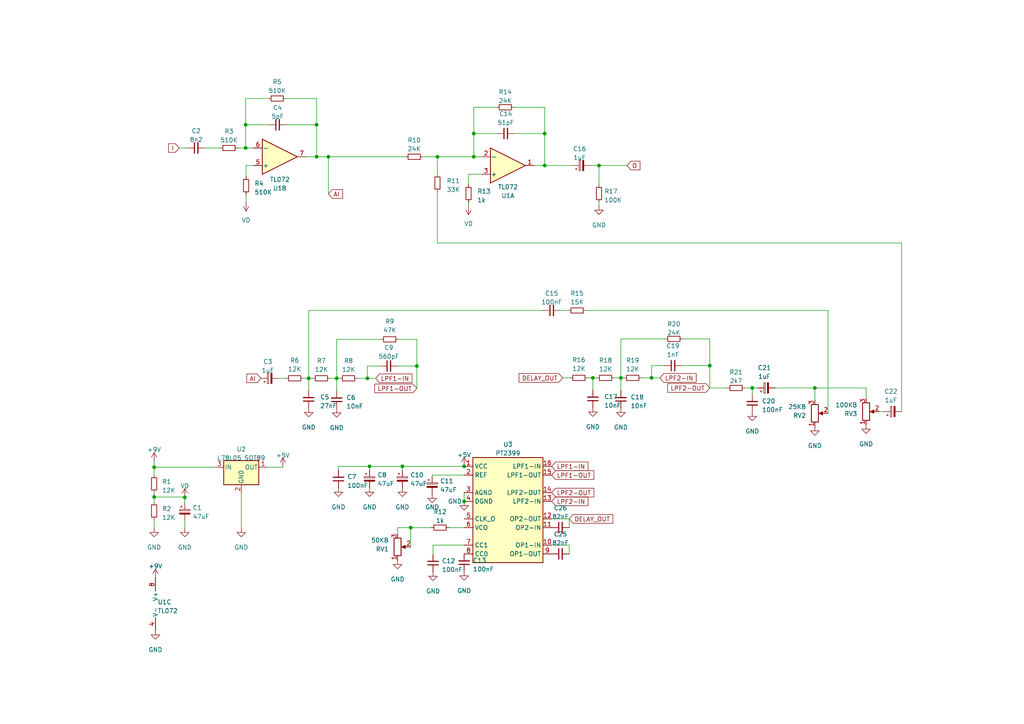
<source format=kicad_sch>
(kicad_sch (version 20230121) (generator eeschema)
  (paper "A4")
  (lib_symbols
    (symbol "Amplifier_Operational:TL072" (pin_names (offset 0.127))
      (property "Reference" "U" (at 0 5.08 0))
      (property "Value" "TL072" (at 0 -5.08 0))
      (symbol "TL072_1_1"
        (polyline (pts (xy -5.08 5.08) (xy 5.08 0) (xy -5.08 -5.08) (xy -5.08 5.08)) (stroke (width 0.254)) (fill (type background)))
        (pin output line (at 7.62 0 180) (length 2.54) (name "~") (number "1"))
        (pin input line (at -7.62 -2.54 0) (length 2.54) (name "-") (number "2"))
        (pin input line (at -7.62 2.54 0) (length 2.54) (name "+") (number "3"))
      )
      (symbol "TL072_2_1"
        (polyline (pts (xy -5.08 5.08) (xy 5.08 0) (xy -5.08 -5.08) (xy -5.08 5.08)) (stroke (width 0.254)) (fill (type background)))
        (pin input line (at -7.62 2.54 0) (length 2.54) (name "+") (number "5"))
        (pin input line (at -7.62 -2.54 0) (length 2.54) (name "-") (number "6"))
        (pin output line (at 7.62 0 180) (length 2.54) (name "~") (number "7"))
      )
      (symbol "TL072_3_1"
        (pin power_in line (at -2.54 -7.62 90) (length 3.81) (name "V-") (number "4"))
        (pin power_in line (at -2.54 7.62 270) (length 3.81) (name "V+") (number "8"))
      )
    )
    (symbol "Audio:PT2399"
      (property "Reference" "U" (at 0 17.78 0))
      (property "Value" "PT2399" (at 0 -17.78 0))
      (symbol "PT2399_0_1"
        (rectangle (start -10.16 15.24) (end 10.16 -15.24) (stroke (width 0.254)) (fill (type background)))
      )
      (symbol "PT2399_1_1"
        (pin power_in line (at -12.7 12.7 0) (length 2.54) (name "VCC") (number "1"))
        (pin input line (at 12.7 -10.16 180) (length 2.54) (name "OP1-IN") (number "10"))
        (pin input line (at 12.7 -5.08 180) (length 2.54) (name "OP2-IN") (number "11"))
        (pin output line (at 12.7 -2.54 180) (length 2.54) (name "OP2-OUT") (number "12"))
        (pin input line (at 12.7 2.54 180) (length 2.54) (name "LPF2-IN") (number "13"))
        (pin output line (at 12.7 5.08 180) (length 2.54) (name "LPF2-OUT") (number "14"))
        (pin output line (at 12.7 10.16 180) (length 2.54) (name "LPF1-OUT") (number "15"))
        (pin input line (at 12.7 12.7 180) (length 2.54) (name "LPF1-IN") (number "16"))
        (pin passive line (at -12.7 10.16 0) (length 2.54) (name "REF") (number "2"))
        (pin power_in line (at -12.7 5.08 0) (length 2.54) (name "AGND") (number "3"))
        (pin power_in line (at -12.7 2.54 0) (length 2.54) (name "DGND") (number "4"))
        (pin passive line (at -12.7 -2.54 0) (length 2.54) (name "CLK_O") (number "5"))
        (pin passive line (at -12.7 -5.08 0) (length 2.54) (name "VCO") (number "6"))
        (pin passive line (at -12.7 -10.16 0) (length 2.54) (name "CC1") (number "7"))
        (pin passive line (at -12.7 -12.7 0) (length 2.54) (name "CC0") (number "8"))
        (pin output line (at 12.7 -12.7 180) (length 2.54) (name "OP1-OUT") (number "9"))
      )
    )
    (symbol "Device:C_Polarized_Small" (pin_numbers hide) (pin_names (offset 0.254) hide)
      (property "Reference" "C" (at 0.254 1.778 0))
      (property "Value" "C_Polarized_Small" (at 0.254 -2.032 0))
      (symbol "C_Polarized_Small_0_1"
        (rectangle (start -1.524 -0.3048) (end 1.524 -0.6858) (fill (type outline)))
        (rectangle (start -1.524 0.6858) (end 1.524 0.3048))
        (polyline (pts (xy -1.27 1.524) (xy -0.762 1.524)))
        (polyline (pts (xy -1.016 1.27) (xy -1.016 1.778)))
      )
      (symbol "C_Polarized_Small_1_1"
        (pin passive line (at 0 2.54 270) (length 1.8542) (name "~") (number "1"))
        (pin passive line (at 0 -2.54 90) (length 1.8542) (name "~") (number "2"))
      )
    )
    (symbol "Device:C_Small" (pin_numbers hide) (pin_names (offset 0.254) hide)
      (property "Reference" "C" (at 0.254 1.778 0))
      (property "Value" "C_Small" (at 0.254 -2.032 0))
      (symbol "C_Small_0_1"
        (polyline (pts (xy -1.524 -0.508) (xy 1.524 -0.508)) (stroke (width 0.3302)))
        (polyline (pts (xy -1.524 0.508) (xy 1.524 0.508)) (stroke (width 0.3048)))
      )
      (symbol "C_Small_1_1"
        (pin passive line (at 0 2.54 270) (length 2.032) (name "~") (number "1"))
        (pin passive line (at 0 -2.54 90) (length 2.032) (name "~") (number "2"))
      )
    )
    (symbol "Device:R_Potentiometer" (pin_names (offset 1.016) hide)
      (property "Reference" "RV" (at -4.445 0 90))
      (property "Value" "R_Potentiometer" (at -2.54 0 90))
      (symbol "R_Potentiometer_0_1"
        (polyline (pts (xy 2.54 0) (xy 1.524 0)))
        (polyline (pts (xy 1.143 0) (xy 2.286 0.508) (xy 2.286 -0.508) (xy 1.143 0)) (fill (type outline)))
        (rectangle (start 1.016 2.54) (end -1.016 -2.54) (stroke (width 0.254)))
      )
      (symbol "R_Potentiometer_1_1"
        (pin passive line (at 0 3.81 270) (length 1.27) (name "1") (number "1"))
        (pin passive line (at 3.81 0 180) (length 1.27) (name "2") (number "2"))
        (pin passive line (at 0 -3.81 90) (length 1.27) (name "3") (number "3"))
      )
    )
    (symbol "Device:R_Small" (pin_numbers hide) (pin_names (offset 0.254) hide)
      (property "Reference" "R" (at 0.762 0.508 0))
      (property "Value" "R_Small" (at 0.762 -1.016 0))
      (symbol "R_Small_0_1"
        (rectangle (start -0.762 1.778) (end 0.762 -1.778) (stroke (width 0.2032)))
      )
      (symbol "R_Small_1_1"
        (pin passive line (at 0 2.54 270) (length 0.762) (name "~") (number "1"))
        (pin passive line (at 0 -2.54 90) (length 0.762) (name "~") (number "2"))
      )
    )
    (symbol "Regulator_Linear:L78L05_SOT89" (pin_names (offset 0.254))
      (property "Reference" "U" (at -3.81 3.175 0))
      (property "Value" "L78L05_SOT89" (at -0.635 3.175 0))
      (symbol "L78L05_SOT89_0_1"
        (rectangle (start -5.08 1.905) (end 5.08 -5.08) (stroke (width 0.254)) (fill (type background)))
      )
      (symbol "L78L05_SOT89_1_1"
        (pin power_out line (at 7.62 0 180) (length 2.54) (name "OUT") (number "1"))
        (pin power_in line (at 0 -7.62 90) (length 2.54) (name "GND") (number "2"))
        (pin power_in line (at -7.62 0 0) (length 2.54) (name "IN") (number "3"))
      )
    )
    (symbol "power:+5V" (power) (pin_names (offset 0))
      (property "Value" "+5V" (at 0 3.556 0))
      (symbol "+5V_0_1"
        (polyline (pts (xy -0.762 1.27) (xy 0 2.54)))
        (polyline (pts (xy 0 0) (xy 0 2.54)))
        (polyline (pts (xy 0 2.54) (xy 0.762 1.27)))
      )
      (symbol "+5V_1_1"
        (pin power_in line (at 0 0 90) (length 0) hide (name "+5V") (number "1"))
      )
    )
    (symbol "power:+9V" (power) (pin_names (offset 0))
      (property "Value" "+9V" (at 0 3.556 0))
      (symbol "+9V_0_1"
        (polyline (pts (xy -0.762 1.27) (xy 0 2.54)))
        (polyline (pts (xy 0 0) (xy 0 2.54)))
        (polyline (pts (xy 0 2.54) (xy 0.762 1.27)))
      )
      (symbol "+9V_1_1"
        (pin power_in line (at 0 0 90) (length 0) hide (name "+9V") (number "1"))
      )
    )
    (symbol "power:GND" (power) (pin_names (offset 0))
      (property "Value" "GND" (at 0 -3.81 0))
      (symbol "GND_0_1"
        (polyline (pts (xy 0 0) (xy 0 -1.27) (xy 1.27 -1.27) (xy 0 -2.54) (xy -1.27 -1.27) (xy 0 -1.27)))
      )
      (symbol "GND_1_1"
        (pin power_in line (at 0 0 270) (length 0) hide (name "GND") (number "1"))
      )
    )
    (symbol "power:VD" (power) (pin_names (offset 0))
      (property "Value" "VD" (at 0 3.81 0))
      (symbol "VD_0_1"
        (polyline (pts (xy -0.762 1.27) (xy 0 2.54)))
        (polyline (pts (xy 0 0) (xy 0 2.54)))
        (polyline (pts (xy 0 2.54) (xy 0.762 1.27)))
      )
      (symbol "VD_1_1"
        (pin power_in line (at 0 0 90) (length 0) hide (name "VD") (number "1"))
      )
    )
  )
  (junction (at 71.247 42.926))
  (junction (at 97.663 109.728))
  (junction (at 89.535 109.728))
  (junction (at 44.704 135.509))
  (junction (at 91.821 45.466))
  (junction (at 236.347 112.522))
  (junction (at 116.713 135.255))
  (junction (at 95.25 45.466))
  (junction (at 180.086 109.601))
  (junction (at 157.988 38.735))
  (junction (at 53.594 144.272))
  (junction (at 119.126 153.035))
  (junction (at 91.821 36.195))
  (junction (at 218.186 112.522))
  (junction (at 173.736 48.006))
  (junction (at 107.188 135.255))
  (junction (at 134.62 145.415))
  (junction (at 137.414 38.735))
  (junction (at 137.414 45.466))
  (junction (at 106.553 109.728))
  (junction (at 205.867 106.045))
  (junction (at 44.704 144.145))
  (junction (at 188.976 109.601))
  (junction (at 120.904 106.172))
  (junction (at 157.988 48.006))
  (junction (at 71.247 36.195))
  (junction (at 171.958 109.601))
  (junction (at 134.62 135.255))
  (junction (at 126.873 45.466))
  (wire (pts (xy 157.988 48.006) (xy 166.116 48.006)))
  (wire (pts (xy 82.042 135.509) (xy 82.042 135.382)))
  (wire (pts (xy 120.904 98.425) (xy 120.904 106.172)))
  (wire (pts (xy 205.867 106.045) (xy 205.867 112.522)))
  (wire (pts (xy 89.535 90.043) (xy 89.535 109.728)))
  (wire (pts (xy 44.704 144.145) (xy 44.704 145.669)))
  (wire (pts (xy 192.913 98.298) (xy 180.086 98.298)))
  (wire (pts (xy 261.493 70.485) (xy 126.873 70.485)))
  (wire (pts (xy 120.904 106.172) (xy 120.904 112.649)))
  (wire (pts (xy 261.493 119.38) (xy 261.493 70.485)))
  (wire (pts (xy 236.347 112.522) (xy 251.206 112.522)))
  (wire (pts (xy 162.56 90.043) (xy 164.846 90.043)))
  (wire (pts (xy 88.011 109.728) (xy 89.535 109.728)))
  (wire (pts (xy 165.1 150.495) (xy 165.1 153.035)))
  (wire (pts (xy 224.79 112.522) (xy 236.347 112.522)))
  (wire (pts (xy 106.553 109.728) (xy 108.966 109.728)))
  (wire (pts (xy 134.62 137.795) (xy 125.349 137.795)))
  (wire (pts (xy 77.851 28.575) (xy 71.247 28.575)))
  (wire (pts (xy 139.7 50.546) (xy 135.89 50.546)))
  (wire (pts (xy 180.086 98.298) (xy 180.086 109.601)))
  (wire (pts (xy 59.436 42.926) (xy 63.881 42.926)))
  (wire (pts (xy 160.02 158.115) (xy 165.1 158.115)))
  (wire (pts (xy 137.414 38.735) (xy 137.414 45.466)))
  (wire (pts (xy 144.145 38.735) (xy 137.414 38.735)))
  (wire (pts (xy 80.772 109.728) (xy 82.931 109.728)))
  (wire (pts (xy 173.736 48.006) (xy 173.736 53.594)))
  (wire (pts (xy 192.659 106.045) (xy 188.976 106.045)))
  (wire (pts (xy 44.704 135.509) (xy 44.704 137.795)))
  (wire (pts (xy 205.867 98.298) (xy 205.867 106.045)))
  (wire (pts (xy 170.434 109.601) (xy 171.958 109.601)))
  (wire (pts (xy 95.758 109.728) (xy 97.663 109.728)))
  (wire (pts (xy 97.663 109.728) (xy 98.552 109.728)))
  (wire (pts (xy 205.867 112.522) (xy 210.947 112.522)))
  (wire (pts (xy 91.821 28.575) (xy 91.821 36.195)))
  (wire (pts (xy 53.594 144.145) (xy 44.704 144.145)))
  (wire (pts (xy 149.225 38.735) (xy 157.988 38.735)))
  (wire (pts (xy 197.739 106.045) (xy 205.867 106.045)))
  (wire (pts (xy 91.821 45.466) (xy 88.773 45.466)))
  (wire (pts (xy 71.374 56.388) (xy 71.374 58.674)))
  (wire (pts (xy 77.978 36.195) (xy 71.247 36.195)))
  (wire (pts (xy 83.058 36.195) (xy 91.821 36.195)))
  (wire (pts (xy 171.958 109.601) (xy 173.101 109.601)))
  (wire (pts (xy 116.713 135.255) (xy 134.62 135.255)))
  (wire (pts (xy 134.62 142.875) (xy 134.62 145.415)))
  (wire (pts (xy 178.181 109.601) (xy 180.086 109.601)))
  (wire (pts (xy 135.89 50.546) (xy 135.89 53.594)))
  (wire (pts (xy 53.594 151.003) (xy 53.594 153.162)))
  (wire (pts (xy 125.603 158.115) (xy 125.603 160.782)))
  (wire (pts (xy 218.186 112.522) (xy 219.71 112.522)))
  (wire (pts (xy 106.553 106.172) (xy 106.553 109.728)))
  (wire (pts (xy 107.188 135.255) (xy 107.188 136.398)))
  (wire (pts (xy 137.414 45.466) (xy 139.7 45.466)))
  (wire (pts (xy 68.961 42.926) (xy 71.247 42.926)))
  (wire (pts (xy 53.594 144.272) (xy 53.594 144.145)))
  (wire (pts (xy 107.188 135.255) (xy 116.713 135.255)))
  (wire (pts (xy 163.195 109.601) (xy 165.354 109.601)))
  (wire (pts (xy 149.098 31.115) (xy 157.988 31.115)))
  (wire (pts (xy 236.347 112.522) (xy 236.347 116.078)))
  (wire (pts (xy 71.374 48.006) (xy 71.374 51.308)))
  (wire (pts (xy 188.976 109.601) (xy 191.389 109.601)))
  (wire (pts (xy 144.018 31.115) (xy 137.414 31.115)))
  (wire (pts (xy 255.016 119.38) (xy 256.413 119.38)))
  (wire (pts (xy 126.873 45.466) (xy 137.414 45.466)))
  (wire (pts (xy 186.055 109.601) (xy 188.976 109.601)))
  (wire (pts (xy 173.736 59.69) (xy 173.736 58.674)))
  (wire (pts (xy 119.126 153.035) (xy 119.126 158.623)))
  (wire (pts (xy 110.49 98.425) (xy 97.663 98.425)))
  (wire (pts (xy 134.62 158.115) (xy 125.603 158.115)))
  (wire (pts (xy 218.186 112.522) (xy 218.186 114.427)))
  (wire (pts (xy 71.247 42.926) (xy 73.533 42.926)))
  (wire (pts (xy 122.682 45.466) (xy 126.873 45.466)))
  (wire (pts (xy 115.316 153.035) (xy 115.316 154.813)))
  (wire (pts (xy 173.736 48.006) (xy 181.864 48.006)))
  (wire (pts (xy 240.157 119.888) (xy 240.157 90.043)))
  (wire (pts (xy 154.94 48.006) (xy 157.988 48.006)))
  (wire (pts (xy 197.993 98.298) (xy 205.867 98.298)))
  (wire (pts (xy 126.873 45.466) (xy 126.873 50.546)))
  (wire (pts (xy 240.157 90.043) (xy 169.926 90.043)))
  (wire (pts (xy 73.533 48.006) (xy 71.374 48.006)))
  (wire (pts (xy 103.632 109.728) (xy 106.553 109.728)))
  (wire (pts (xy 157.48 90.043) (xy 89.535 90.043)))
  (wire (pts (xy 97.663 98.425) (xy 97.663 109.728)))
  (wire (pts (xy 44.704 135.509) (xy 62.357 135.509)))
  (wire (pts (xy 125.349 137.795) (xy 125.349 138.176)))
  (wire (pts (xy 95.25 45.466) (xy 117.602 45.466)))
  (wire (pts (xy 157.988 31.115) (xy 157.988 38.735)))
  (wire (pts (xy 188.976 106.045) (xy 188.976 109.601)))
  (wire (pts (xy 216.027 112.522) (xy 218.186 112.522)))
  (wire (pts (xy 77.597 135.509) (xy 82.042 135.509)))
  (wire (pts (xy 110.236 106.172) (xy 106.553 106.172)))
  (wire (pts (xy 82.931 28.575) (xy 91.821 28.575)))
  (wire (pts (xy 51.943 42.926) (xy 54.356 42.926)))
  (wire (pts (xy 69.977 143.129) (xy 69.977 153.162)))
  (wire (pts (xy 180.086 109.601) (xy 180.975 109.601)))
  (wire (pts (xy 180.086 109.601) (xy 180.086 113.284)))
  (wire (pts (xy 165.1 158.115) (xy 165.1 160.655)))
  (wire (pts (xy 115.316 106.172) (xy 120.904 106.172)))
  (wire (pts (xy 98.171 135.255) (xy 107.188 135.255)))
  (wire (pts (xy 137.414 31.115) (xy 137.414 38.735)))
  (wire (pts (xy 97.663 109.728) (xy 97.663 113.411)))
  (wire (pts (xy 53.594 145.923) (xy 53.594 144.272)))
  (wire (pts (xy 89.535 109.728) (xy 89.535 113.284)))
  (wire (pts (xy 71.247 28.575) (xy 71.247 36.195)))
  (wire (pts (xy 115.57 98.425) (xy 120.904 98.425)))
  (wire (pts (xy 89.535 109.728) (xy 90.678 109.728)))
  (wire (pts (xy 160.02 150.495) (xy 165.1 150.495)))
  (wire (pts (xy 171.196 48.006) (xy 173.736 48.006)))
  (wire (pts (xy 91.821 36.195) (xy 91.821 45.466)))
  (wire (pts (xy 171.958 109.601) (xy 171.958 113.157)))
  (wire (pts (xy 130.175 153.035) (xy 134.62 153.035)))
  (wire (pts (xy 126.873 70.485) (xy 126.873 55.626)))
  (wire (pts (xy 116.713 135.255) (xy 116.713 136.398)))
  (wire (pts (xy 119.126 153.035) (xy 115.316 153.035)))
  (wire (pts (xy 44.704 150.749) (xy 44.704 153.162)))
  (wire (pts (xy 44.704 142.875) (xy 44.704 144.145)))
  (wire (pts (xy 44.704 133.858) (xy 44.704 135.509)))
  (wire (pts (xy 251.206 112.522) (xy 251.206 115.57)))
  (wire (pts (xy 98.171 136.398) (xy 98.171 135.255)))
  (wire (pts (xy 135.89 58.674) (xy 135.89 59.69)))
  (wire (pts (xy 91.821 45.466) (xy 95.25 45.466)))
  (wire (pts (xy 125.095 153.035) (xy 119.126 153.035)))
  (wire (pts (xy 95.25 56.261) (xy 95.25 45.466)))
  (wire (pts (xy 71.247 36.195) (xy 71.247 42.926)))
  (wire (pts (xy 157.988 48.006) (xy 157.988 38.735)))
  (global_label "AI" (shape input) (at 75.692 109.728 180) (property "Intersheetrefs" "${INTERSHEET_REFS}" (effects hide)))
  (global_label "O" (shape input) (at 181.864 48.006 0) (property "Intersheetrefs" "${INTERSHEET_REFS}" (effects hide)))
  (global_label "DELAY_OUT" (shape input) (at 165.1 150.495 0) (property "Intersheetrefs" "${INTERSHEET_REFS}" (effects hide)))
  (global_label "DELAY_OUT" (shape input) (at 163.195 109.601 180) (property "Intersheetrefs" "${INTERSHEET_REFS}" (effects hide)))
  (global_label "LPF1-OUT" (shape input) (at 160.02 137.795 0) (property "Intersheetrefs" "${INTERSHEET_REFS}" (effects hide)))
  (global_label "LPF1-IN" (shape input) (at 108.966 109.728 0) (property "Intersheetrefs" "${INTERSHEET_REFS}" (effects hide)))
  (global_label "LPF1-IN" (shape input) (at 160.02 135.255 0) (property "Intersheetrefs" "${INTERSHEET_REFS}" (effects hide)))
  (global_label "LPF2-IN" (shape input) (at 191.389 109.601 0) (property "Intersheetrefs" "${INTERSHEET_REFS}" (effects hide)))
  (global_label "LPF1-OUT" (shape input) (at 120.904 112.649 180) (property "Intersheetrefs" "${INTERSHEET_REFS}" (effects hide)))
  (global_label "I" (shape input) (at 51.943 42.926 180) (property "Intersheetrefs" "${INTERSHEET_REFS}" (effects hide)))
  (global_label "LPF2-OUT" (shape input) (at 205.867 112.522 180) (property "Intersheetrefs" "${INTERSHEET_REFS}" (effects hide)))
  (global_label "LPF2-IN" (shape input) (at 160.02 145.415 0) (property "Intersheetrefs" "${INTERSHEET_REFS}" (effects hide)))
  (global_label "LPF2-OUT" (shape input) (at 160.02 142.875 0) (property "Intersheetrefs" "${INTERSHEET_REFS}" (effects hide)))
  (global_label "AI" (shape input) (at 95.25 56.261 0) (property "Intersheetrefs" "${INTERSHEET_REFS}" (effects hide)))
  (symbol (lib_id "power:GND") (at 97.663 118.491 0) (unit 1)
    (property "Reference" "#PWR011" (effects hide))
    (property "Value" "GND" (at 97.663 124.079 0))
  )
  (symbol (lib_id "Device:C_Polarized_Small") (at 258.953 119.38 90) (unit 1)
    (property "Reference" "C22" (at 258.4069 113.538 90))
    (property "Value" "1uF" (at 258.4069 116.078 90))
    (property "Footprint" "Capacitor_THT:CP_Radial_D5.0mm_P2.50mm" (effects hide))
  )
  (symbol (lib_id "Device:C_Small") (at 98.171 138.938 180) (unit 1)
    (property "Reference" "C7" (at 100.711 138.2966 0) (effects (justify right)))
    (property "Value" "100nF" (at 100.711 140.8366 0) (effects (justify right)))
    (property "Footprint" "Capacitor_SMD:C_0805_2012Metric_Pad1.18x1.45mm_HandSolder" (effects hide))
  )
  (symbol (lib_id "Device:C_Polarized_Small") (at 78.232 109.728 90) (unit 1)
    (property "Reference" "C3" (at 77.6859 104.902 90))
    (property "Value" "1uF" (at 77.6859 107.442 90))
    (property "Footprint" "Capacitor_THT:CP_Radial_D5.0mm_P2.50mm" (effects hide))
  )
  (symbol (lib_id "Device:R_Small") (at 66.421 42.926 90) (unit 1)
    (property "Reference" "R3" (at 66.421 38.1 90))
    (property "Value" "510K" (at 66.421 40.64 90))
    (property "Footprint" "Resistor_SMD:R_0805_2012Metric_Pad1.20x1.40mm_HandSolder" (effects hide))
  )
  (symbol (lib_id "Device:R_Small") (at 101.092 109.728 90) (unit 1)
    (property "Reference" "R8" (at 101.092 104.648 90))
    (property "Value" "12K" (at 101.092 107.188 90))
    (property "Footprint" "Resistor_SMD:R_0805_2012Metric_Pad1.20x1.40mm_HandSolder" (effects hide))
  )
  (symbol (lib_id "Device:R_Small") (at 195.453 98.298 90) (unit 1)
    (property "Reference" "R20" (at 195.453 93.98 90))
    (property "Value" "24K" (at 195.453 96.52 90))
    (property "Footprint" "Resistor_SMD:R_0805_2012Metric_Pad1.20x1.40mm_HandSolder" (effects hide))
  )
  (symbol (lib_id "power:GND") (at 69.977 153.162 0) (unit 1)
    (property "Reference" "#PWR07" (effects hide))
    (property "Value" "GND" (at 69.977 158.75 0))
  )
  (symbol (lib_id "Device:R_Potentiometer") (at 251.206 119.38 0) (mirror x) (unit 1)
    (property "Reference" "RV3" (at 248.666 120.015 0) (effects (justify right)))
    (property "Value" "100KB" (at 248.666 117.475 0) (effects (justify right)))
    (property "Footprint" "Potentiometer_THT:Potentiometer_Alpha_RD901F-40-00D_Single_Vertical" (effects hide))
  )
  (symbol (lib_id "power:GND") (at 98.171 141.478 0) (unit 1)
    (property "Reference" "#PWR012" (effects hide))
    (property "Value" "GND" (at 98.171 147.066 0))
  )
  (symbol (lib_id "Device:C_Small") (at 146.685 38.735 90) (unit 1)
    (property "Reference" "C14" (at 146.6913 33.02 90))
    (property "Value" "51pF" (at 146.6913 35.56 90))
    (property "Footprint" "Capacitor_SMD:C_0805_2012Metric_Pad1.18x1.45mm_HandSolder" (effects hide))
  )
  (symbol (lib_id "power:GND") (at 107.188 141.478 0) (unit 1)
    (property "Reference" "#PWR013" (effects hide))
    (property "Value" "GND" (at 107.188 147.066 0))
  )
  (symbol (lib_id "Device:R_Small") (at 127.635 153.035 270) (unit 1)
    (property "Reference" "R12" (at 127.635 148.463 90))
    (property "Value" "1k" (at 127.635 151.003 90))
    (property "Footprint" "Resistor_SMD:R_0805_2012Metric_Pad1.20x1.40mm_HandSolder" (effects hide))
  )
  (symbol (lib_id "power:VD") (at 53.594 144.272 0) (unit 1)
    (property "Reference" "#PWR05" (effects hide))
    (property "Value" "VD" (at 53.594 140.97 0))
  )
  (symbol (lib_id "power:GND") (at 89.535 118.364 0) (unit 1)
    (property "Reference" "#PWR010" (effects hide))
    (property "Value" "GND" (at 89.535 123.952 0))
  )
  (symbol (lib_id "Device:C_Polarized_Small") (at 222.25 112.522 90) (unit 1)
    (property "Reference" "C21" (at 221.7039 106.68 90))
    (property "Value" "1uF" (at 221.7039 109.22 90))
    (property "Footprint" "Capacitor_THT:CP_Radial_D5.0mm_P2.50mm" (effects hide))
  )
  (symbol (lib_id "Device:C_Polarized_Small") (at 107.188 138.938 0) (unit 1)
    (property "Reference" "C8" (at 109.474 137.7569 0) (effects (justify left)))
    (property "Value" "47uF" (at 109.474 140.2969 0) (effects (justify left)))
    (property "Footprint" "Capacitor_THT:CP_Radial_D5.0mm_P2.50mm" (effects hide))
  )
  (symbol (lib_id "Device:R_Small") (at 146.558 31.115 90) (unit 1)
    (property "Reference" "R14" (at 146.558 26.67 90))
    (property "Value" "24K" (at 146.558 29.21 90))
    (property "Footprint" "Resistor_SMD:R_0805_2012Metric_Pad1.20x1.40mm_HandSolder" (effects hide))
  )
  (symbol (lib_id "power:GND") (at 134.62 145.415 0) (unit 1)
    (property "Reference" "#PWR019" (effects hide))
    (property "Value" "GND" (at 131.953 145.415 0))
  )
  (symbol (lib_id "Device:C_Small") (at 97.663 115.951 180) (unit 1)
    (property "Reference" "C6" (at 100.457 115.3096 0) (effects (justify right)))
    (property "Value" "10nF" (at 100.457 117.8496 0) (effects (justify right)))
    (property "Footprint" "Capacitor_SMD:C_0805_2012Metric_Pad1.18x1.45mm_HandSolder" (effects hide))
  )
  (symbol (lib_id "Device:R_Small") (at 167.386 90.043 90) (unit 1)
    (property "Reference" "R15" (at 167.386 85.09 90))
    (property "Value" "15K" (at 167.386 87.63 90))
    (property "Footprint" "Resistor_SMD:R_0805_2012Metric_Pad1.20x1.40mm_HandSolder" (effects hide))
  )
  (symbol (lib_id "Device:C_Small") (at 162.56 153.035 90) (unit 1)
    (property "Reference" "C26" (at 162.5663 147.32 90))
    (property "Value" "82nF" (at 162.5663 149.86 90))
    (property "Footprint" "Capacitor_SMD:C_0805_2012Metric_Pad1.18x1.45mm_HandSolder" (effects hide))
  )
  (symbol (lib_id "Device:R_Small") (at 175.641 109.601 90) (unit 1)
    (property "Reference" "R18" (at 175.641 104.521 90))
    (property "Value" "12K" (at 175.641 107.061 90))
    (property "Footprint" "Resistor_SMD:R_0805_2012Metric_Pad1.20x1.40mm_HandSolder" (effects hide))
  )
  (symbol (lib_id "Device:C_Small") (at 171.958 115.697 180) (unit 1)
    (property "Reference" "C17" (at 175.26 115.0556 0) (effects (justify right)))
    (property "Value" "10nF" (at 175.26 117.5956 0) (effects (justify right)))
    (property "Footprint" "Capacitor_SMD:C_0805_2012Metric_Pad1.18x1.45mm_HandSolder" (effects hide))
  )
  (symbol (lib_id "Device:C_Small") (at 162.56 160.655 90) (unit 1)
    (property "Reference" "C25" (at 162.5663 154.94 90))
    (property "Value" "82nF" (at 162.5663 157.48 90))
    (property "Footprint" "Capacitor_SMD:C_0805_2012Metric_Pad1.18x1.45mm_HandSolder" (effects hide))
  )
  (symbol (lib_id "Device:R_Small") (at 120.142 45.466 90) (unit 1)
    (property "Reference" "R10" (at 120.142 40.64 90))
    (property "Value" "24K" (at 120.142 43.18 90))
    (property "Footprint" "Resistor_SMD:R_0805_2012Metric_Pad1.20x1.40mm_HandSolder" (effects hide))
  )
  (symbol (lib_id "power:GND") (at 116.713 141.478 0) (unit 1)
    (property "Reference" "#PWR015" (effects hide))
    (property "Value" "GND" (at 116.713 147.066 0))
  )
  (symbol (lib_id "Audio:PT2399") (at 147.32 147.955 0) (unit 1)
    (property "Reference" "U3" (at 147.32 128.905 0))
    (property "Value" "PT2399" (at 147.32 131.445 0))
    (property "Footprint" "Package_SO:SOIC-16_3.9x9.9mm_P1.27mm" (effects hide))
    (property "Datasheet" "http://sound.westhost.com/pt2399.pdf" (effects hide))
  )
  (symbol (lib_id "power:GND") (at 236.347 123.698 0) (unit 1)
    (property "Reference" "#PWR026" (effects hide))
    (property "Value" "GND" (at 236.347 129.286 0))
  )
  (symbol (lib_id "Device:R_Small") (at 93.218 109.728 90) (unit 1)
    (property "Reference" "R7" (at 93.218 104.648 90))
    (property "Value" "12K" (at 93.218 107.188 90))
    (property "Footprint" "Resistor_SMD:R_0805_2012Metric_Pad1.20x1.40mm_HandSolder" (effects hide))
  )
  (symbol (lib_id "power:GND") (at 44.704 153.162 0) (unit 1)
    (property "Reference" "#PWR02" (effects hide))
    (property "Value" "GND" (at 44.704 158.75 0))
  )
  (symbol (lib_id "Device:R_Small") (at 213.487 112.522 90) (unit 1)
    (property "Reference" "R21" (at 213.487 107.95 90))
    (property "Value" "2k7" (at 213.487 110.49 90))
    (property "Footprint" "Resistor_SMD:R_0805_2012Metric_Pad1.20x1.40mm_HandSolder" (effects hide))
  )
  (symbol (lib_id "Device:C_Polarized_Small") (at 168.656 48.006 90) (unit 1)
    (property "Reference" "C16" (at 168.1099 43.18 90))
    (property "Value" "1uF" (at 168.1099 45.72 90))
    (property "Footprint" "Capacitor_THT:CP_Radial_D5.0mm_P2.50mm" (effects hide))
  )
  (symbol (lib_id "power:GND") (at 134.62 165.735 0) (unit 1)
    (property "Reference" "#PWR020" (effects hide))
    (property "Value" "GND" (at 134.62 171.323 0))
  )
  (symbol (lib_id "Device:R_Small") (at 135.89 56.134 180) (unit 1)
    (property "Reference" "R13" (at 138.43 55.499 0) (effects (justify right)))
    (property "Value" "1k" (at 138.43 58.039 0) (effects (justify right)))
    (property "Footprint" "Resistor_SMD:R_0805_2012Metric_Pad1.20x1.40mm_HandSolder" (effects hide))
  )
  (symbol (lib_id "Device:C_Polarized_Small") (at 116.713 138.938 0) (unit 1)
    (property "Reference" "C10" (at 118.999 137.7569 0) (effects (justify left)))
    (property "Value" "47uF" (at 118.999 140.2969 0) (effects (justify left)))
    (property "Footprint" "Capacitor_THT:CP_Radial_D5.0mm_P2.50mm" (effects hide))
  )
  (symbol (lib_id "Device:C_Small") (at 195.199 106.045 90) (unit 1)
    (property "Reference" "C19" (at 195.2053 100.33 90))
    (property "Value" "1nF" (at 195.2053 102.87 90))
    (property "Footprint" "Capacitor_SMD:C_0805_2012Metric_Pad1.18x1.45mm_HandSolder" (effects hide))
  )
  (symbol (lib_id "power:+5V") (at 134.62 135.255 0) (unit 1)
    (property "Reference" "#PWR018" (effects hide))
    (property "Value" "+5V" (at 134.62 131.953 0))
  )
  (symbol (lib_id "power:GND") (at 45.085 182.88 0) (unit 1)
    (property "Reference" "#PWR04" (effects hide))
    (property "Value" "GND" (at 45.085 188.468 0))
  )
  (symbol (lib_id "Device:C_Small") (at 218.186 116.967 180) (unit 1)
    (property "Reference" "C20" (at 220.98 116.3256 0) (effects (justify right)))
    (property "Value" "100nF" (at 220.98 118.8656 0) (effects (justify right)))
    (property "Footprint" "Capacitor_SMD:C_0805_2012Metric_Pad1.18x1.45mm_HandSolder" (effects hide))
  )
  (symbol (lib_id "power:GND") (at 173.736 59.69 0) (unit 1)
    (property "Reference" "#PWR023" (effects hide))
    (property "Value" "GND" (at 173.736 65.278 0))
  )
  (symbol (lib_id "Device:C_Small") (at 125.603 163.322 180) (unit 1)
    (property "Reference" "C12" (at 128.143 162.6806 0) (effects (justify right)))
    (property "Value" "100nF" (at 128.143 165.2206 0) (effects (justify right)))
    (property "Footprint" "Capacitor_SMD:C_0805_2012Metric_Pad1.18x1.45mm_HandSolder" (effects hide))
  )
  (symbol (lib_id "power:+9V") (at 44.704 133.858 0) (unit 1)
    (property "Reference" "#PWR01" (effects hide))
    (property "Value" "+9V" (at 44.704 130.429 0))
  )
  (symbol (lib_id "Device:C_Small") (at 134.62 163.195 180) (unit 1)
    (property "Reference" "C13" (at 137.16 162.5536 0) (effects (justify right)))
    (property "Value" "100nF" (at 137.16 165.0936 0) (effects (justify right)))
    (property "Footprint" "Capacitor_SMD:C_0805_2012Metric_Pad1.18x1.45mm_HandSolder" (effects hide))
  )
  (symbol (lib_id "Device:R_Small") (at 44.704 140.335 0) (unit 1)
    (property "Reference" "R1" (at 46.99 139.7 0) (effects (justify left)))
    (property "Value" "12K" (at 46.99 142.24 0) (effects (justify left)))
    (property "Footprint" "Resistor_SMD:R_0805_2012Metric_Pad1.20x1.40mm_HandSolder" (effects hide))
  )
  (symbol (lib_id "Device:R_Small") (at 183.515 109.601 90) (unit 1)
    (property "Reference" "R19" (at 183.515 104.521 90))
    (property "Value" "12K" (at 183.515 107.061 90))
    (property "Footprint" "Resistor_SMD:R_0805_2012Metric_Pad1.20x1.40mm_HandSolder" (effects hide))
  )
  (symbol (lib_id "Device:C_Small") (at 56.896 42.926 90) (unit 1)
    (property "Reference" "C2" (at 56.9023 37.973 90))
    (property "Value" "8n2" (at 56.9023 40.513 90))
    (property "Footprint" "Capacitor_SMD:C_0805_2012Metric_Pad1.18x1.45mm_HandSolder" (effects hide))
  )
  (symbol (lib_id "power:GND") (at 218.186 119.507 0) (unit 1)
    (property "Reference" "#PWR025" (effects hide))
    (property "Value" "GND" (at 218.186 125.095 0))
  )
  (symbol (lib_id "power:VD") (at 71.374 58.674 180) (unit 1)
    (property "Reference" "#PWR08" (effects hide))
    (property "Value" "VD" (at 71.374 63.881 0))
  )
  (symbol (lib_id "Regulator_Linear:L78L05_SOT89") (at 69.977 135.509 0) (unit 1)
    (property "Reference" "U2" (at 69.977 130.302 0))
    (property "Value" "L78L05_SOT89" (at 69.977 132.842 0))
    (property "Footprint" "Package_TO_SOT_SMD:SOT-89-3" (effects hide))
    (property "Datasheet" "http://www.st.com/content/ccc/resource/technical/document/datasheet/15/55/e5/aa/23/5b/43/fd/CD00000446.pdf/files/CD00000446.pdf/jcr:content/translations/en.CD00000446.pdf" (effects hide))
  )
  (symbol (lib_id "power:VD") (at 135.89 59.69 180) (unit 1)
    (property "Reference" "#PWR021" (effects hide))
    (property "Value" "VD" (at 135.89 64.897 0))
  )
  (symbol (lib_id "power:GND") (at 251.206 123.19 0) (unit 1)
    (property "Reference" "#PWR027" (effects hide))
    (property "Value" "GND" (at 251.206 128.778 0))
  )
  (symbol (lib_id "power:GND") (at 125.349 143.256 0) (unit 1)
    (property "Reference" "#PWR016" (effects hide))
    (property "Value" "GND" (at 125.349 147.066 0))
  )
  (symbol (lib_id "Device:R_Small") (at 113.03 98.425 90) (unit 1)
    (property "Reference" "R9" (at 113.03 93.218 90))
    (property "Value" "47K" (at 113.03 95.758 90))
    (property "Footprint" "Resistor_SMD:R_0805_2012Metric_Pad1.20x1.40mm_HandSolder" (effects hide))
  )
  (symbol (lib_id "Device:R_Small") (at 173.736 56.134 180) (unit 1)
    (property "Reference" "R17" (at 175.26 55.499 0) (effects (justify right)))
    (property "Value" "100K" (at 175.26 58.039 0) (effects (justify right)))
    (property "Footprint" "Resistor_SMD:R_0805_2012Metric_Pad1.20x1.40mm_HandSolder" (effects hide))
  )
  (symbol (lib_id "power:GND") (at 125.603 165.862 0) (unit 1)
    (property "Reference" "#PWR017" (effects hide))
    (property "Value" "GND" (at 125.603 171.45 0))
  )
  (symbol (lib_id "power:+9V") (at 45.085 167.64 0) (unit 1)
    (property "Reference" "#PWR03" (effects hide))
    (property "Value" "+9V" (at 45.085 164.211 0))
  )
  (symbol (lib_id "Device:C_Polarized_Small") (at 53.594 148.463 0) (unit 1)
    (property "Reference" "C1" (at 55.88 147.2819 0) (effects (justify left)))
    (property "Value" "47uF" (at 55.88 149.8219 0) (effects (justify left)))
    (property "Footprint" "Capacitor_THT:CP_Radial_D5.0mm_P2.50mm" (effects hide))
  )
  (symbol (lib_id "Device:R_Small") (at 80.391 28.575 90) (unit 1)
    (property "Reference" "R5" (at 80.391 23.749 90))
    (property "Value" "510K" (at 80.391 26.289 90))
    (property "Footprint" "Resistor_SMD:R_0805_2012Metric_Pad1.20x1.40mm_HandSolder" (effects hide))
  )
  (symbol (lib_id "Device:C_Small") (at 112.776 106.172 90) (unit 1)
    (property "Reference" "C9" (at 112.7823 100.838 90))
    (property "Value" "560pF" (at 112.7823 103.378 90))
    (property "Footprint" "Capacitor_SMD:C_0805_2012Metric_Pad1.18x1.45mm_HandSolder" (effects hide))
  )
  (symbol (lib_id "Amplifier_Operational:TL072") (at 81.153 45.466 0) (mirror x) (unit 2)
    (property "Reference" "U1" (at 81.153 54.61 0))
    (property "Value" "TL072" (at 81.153 52.07 0))
    (property "Footprint" "Package_SO:SOIC-8_3.9x4.9mm_P1.27mm" (effects hide))
    (property "Datasheet" "http://www.ti.com/lit/ds/symlink/tl071.pdf" (effects hide))
  )
  (symbol (lib_id "Device:R_Potentiometer") (at 236.347 119.888 0) (mirror x) (unit 1)
    (property "Reference" "RV2" (at 233.807 120.523 0) (effects (justify right)))
    (property "Value" "25KB" (at 233.807 117.983 0) (effects (justify right)))
    (property "Footprint" "Potentiometer_THT:Potentiometer_Alpha_RD901F-40-00D_Single_Vertical" (effects hide))
  )
  (symbol (lib_id "Device:R_Small") (at 126.873 53.086 180) (unit 1)
    (property "Reference" "R11" (at 129.54 52.451 0) (effects (justify right)))
    (property "Value" "33K" (at 129.54 54.991 0) (effects (justify right)))
    (property "Footprint" "Resistor_SMD:R_0805_2012Metric_Pad1.20x1.40mm_HandSolder" (effects hide))
  )
  (symbol (lib_id "Device:C_Small") (at 80.518 36.195 90) (unit 1)
    (property "Reference" "C4" (at 80.5243 31.242 90))
    (property "Value" "5pF" (at 80.5243 33.782 90))
    (property "Footprint" "Capacitor_SMD:C_0805_2012Metric_Pad1.18x1.45mm_HandSolder" (effects hide))
  )
  (symbol (lib_id "Device:C_Polarized_Small") (at 125.349 140.716 0) (unit 1)
    (property "Reference" "C11" (at 127.635 139.5349 0) (effects (justify left)))
    (property "Value" "47uF" (at 127.635 142.0749 0) (effects (justify left)))
    (property "Footprint" "Capacitor_THT:CP_Radial_D5.0mm_P2.50mm" (effects hide))
  )
  (symbol (lib_id "Amplifier_Operational:TL072") (at 147.32 48.006 0) (mirror x) (unit 1)
    (property "Reference" "U1" (at 147.32 56.769 0))
    (property "Value" "TL072" (at 147.32 54.229 0))
    (property "Footprint" "Package_SO:SOIC-8_3.9x4.9mm_P1.27mm" (effects hide))
    (property "Datasheet" "http://www.ti.com/lit/ds/symlink/tl071.pdf" (effects hide))
  )
  (symbol (lib_id "Device:C_Small") (at 180.086 115.824 180) (unit 1)
    (property "Reference" "C18" (at 182.88 115.1826 0) (effects (justify right)))
    (property "Value" "10nF" (at 182.88 117.7226 0) (effects (justify right)))
    (property "Footprint" "Capacitor_SMD:C_0805_2012Metric_Pad1.18x1.45mm_HandSolder" (effects hide))
  )
  (symbol (lib_id "power:GND") (at 180.086 118.364 0) (unit 1)
    (property "Reference" "#PWR024" (effects hide))
    (property "Value" "GND" (at 180.086 123.952 0))
  )
  (symbol (lib_id "Device:R_Small") (at 167.894 109.601 90) (unit 1)
    (property "Reference" "R16" (at 167.894 104.394 90))
    (property "Value" "12K" (at 167.894 106.934 90))
    (property "Footprint" "Resistor_SMD:R_0805_2012Metric_Pad1.20x1.40mm_HandSolder" (effects hide))
  )
  (symbol (lib_id "Device:R_Small") (at 44.704 148.209 0) (unit 1)
    (property "Reference" "R2" (at 46.99 147.574 0) (effects (justify left)))
    (property "Value" "12K" (at 46.99 150.114 0) (effects (justify left)))
    (property "Footprint" "Resistor_SMD:R_0805_2012Metric_Pad1.20x1.40mm_HandSolder" (effects hide))
  )
  (symbol (lib_id "Device:R_Small") (at 71.374 53.848 180) (unit 1)
    (property "Reference" "R4" (at 73.787 53.213 0) (effects (justify right)))
    (property "Value" "510K" (at 73.787 55.753 0) (effects (justify right)))
    (property "Footprint" "Resistor_SMD:R_0805_2012Metric_Pad1.20x1.40mm_HandSolder" (effects hide))
  )
  (symbol (lib_id "Device:C_Small") (at 160.02 90.043 90) (unit 1)
    (property "Reference" "C15" (at 160.0263 85.09 90))
    (property "Value" "100nF" (at 160.0263 87.63 90))
    (property "Footprint" "Capacitor_SMD:C_0805_2012Metric_Pad1.18x1.45mm_HandSolder" (effects hide))
  )
  (symbol (lib_id "power:GND") (at 171.958 118.237 0) (unit 1)
    (property "Reference" "#PWR022" (effects hide))
    (property "Value" "GND" (at 171.958 123.825 0))
  )
  (symbol (lib_id "Device:R_Potentiometer") (at 115.316 158.623 0) (mirror x) (unit 1)
    (property "Reference" "RV1" (at 112.776 159.258 0) (effects (justify right)))
    (property "Value" "50KB" (at 112.776 156.718 0) (effects (justify right)))
    (property "Footprint" "Potentiometer_THT:Potentiometer_Alpha_RD901F-40-00D_Single_Vertical" (effects hide))
  )
  (symbol (lib_id "Amplifier_Operational:TL072") (at 47.625 175.26 0) (unit 3)
    (property "Reference" "U1" (at 45.72 174.625 0) (effects (justify left)))
    (property "Value" "TL072" (at 45.72 177.165 0) (effects (justify left)))
    (property "Footprint" "Package_SO:SOIC-8_3.9x4.9mm_P1.27mm" (effects hide))
    (property "Datasheet" "http://www.ti.com/lit/ds/symlink/tl071.pdf" (effects hide))
  )
  (symbol (lib_id "Device:C_Small") (at 89.535 115.824 180) (unit 1)
    (property "Reference" "C5" (at 92.837 115.1826 0) (effects (justify right)))
    (property "Value" "27nF" (at 92.837 117.7226 0) (effects (justify right)))
    (property "Footprint" "Capacitor_SMD:C_0805_2012Metric_Pad1.18x1.45mm_HandSolder" (effects hide))
  )
  (symbol (lib_id "power:GND") (at 53.594 153.162 0) (unit 1)
    (property "Reference" "#PWR06" (effects hide))
    (property "Value" "GND" (at 53.594 158.75 0))
  )
  (symbol (lib_id "Device:R_Small") (at 85.471 109.728 90) (unit 1)
    (property "Reference" "R6" (at 85.471 104.521 90))
    (property "Value" "12K" (at 85.471 107.061 90))
    (property "Footprint" "Resistor_SMD:R_0805_2012Metric_Pad1.20x1.40mm_HandSolder" (effects hide))
  )
  (symbol (lib_id "power:GND") (at 115.316 162.433 0) (unit 1)
    (property "Reference" "#PWR014" (effects hide))
    (property "Value" "GND" (at 115.316 168.021 0))
  )
  (symbol (lib_id "power:+5V") (at 82.042 135.382 0) (unit 1)
    (property "Reference" "#PWR09" (effects hide))
    (property "Value" "+5V" (at 82.042 132.08 0))
  )
  (sheet (at 21.59 246.38) (size 59.69 39.37) (stroke (width 0.1524))
    (property "Sheetname" "Hardware" (at 21.59 245.6684 0) (effects (justify left bottom)))
    (property "Sheetfile" "untitled.kicad_sch" (at 21.59 286.3346 0) (effects (justify left top)))
  )
)
</source>
